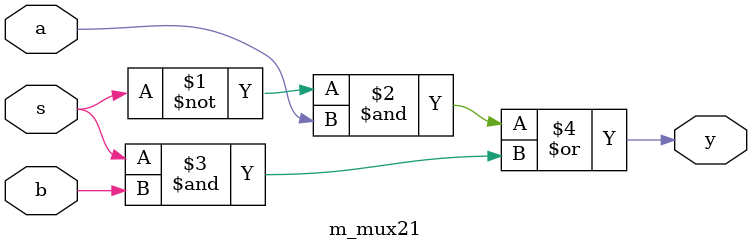
<source format=v>
module m_mux21(a,b,s,y);
    input a,b,s;
    output y;

    assign y=(~s&a)|(s&b);

    endmodule

</source>
